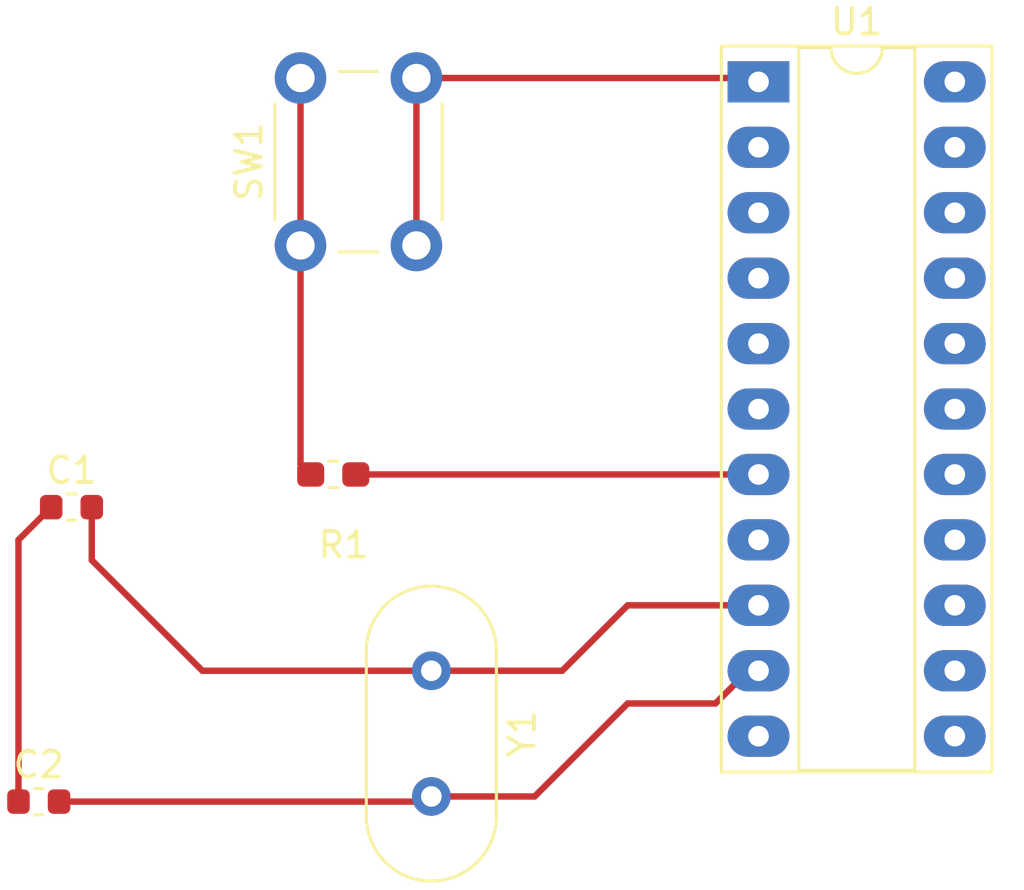
<source format=kicad_pcb>
(kicad_pcb (version 20171130) (host pcbnew "(5.0.0-3-g5ebb6b6)")

  (general
    (thickness 1.6)
    (drawings 0)
    (tracks 22)
    (zones 0)
    (modules 6)
    (nets 23)
  )

  (page A4)
  (layers
    (0 F.Cu signal)
    (31 B.Cu signal)
    (32 B.Adhes user hide)
    (33 F.Adhes user hide)
    (34 B.Paste user)
    (35 F.Paste user)
    (36 B.SilkS user)
    (37 F.SilkS user)
    (38 B.Mask user)
    (39 F.Mask user)
    (40 Dwgs.User user)
    (41 Cmts.User user)
    (42 Eco1.User user)
    (43 Eco2.User user)
    (44 Edge.Cuts user)
    (45 Margin user)
    (46 B.CrtYd user)
    (47 F.CrtYd user)
    (48 B.Fab user)
    (49 F.Fab user)
  )

  (setup
    (last_trace_width 0.25)
    (trace_clearance 0.2)
    (zone_clearance 0.508)
    (zone_45_only no)
    (trace_min 0.2)
    (segment_width 0.2)
    (edge_width 0.15)
    (via_size 0.8)
    (via_drill 0.4)
    (via_min_size 0.4)
    (via_min_drill 0.3)
    (uvia_size 0.3)
    (uvia_drill 0.1)
    (uvias_allowed no)
    (uvia_min_size 0.2)
    (uvia_min_drill 0.1)
    (pcb_text_width 0.3)
    (pcb_text_size 1.5 1.5)
    (mod_edge_width 0.15)
    (mod_text_size 1 1)
    (mod_text_width 0.15)
    (pad_size 1.524 1.524)
    (pad_drill 0.762)
    (pad_to_mask_clearance 0.2)
    (aux_axis_origin 0 0)
    (visible_elements FFFFFF7F)
    (pcbplotparams
      (layerselection 0x010fc_ffffffff)
      (usegerberextensions false)
      (usegerberattributes false)
      (usegerberadvancedattributes false)
      (creategerberjobfile false)
      (excludeedgelayer true)
      (linewidth 0.100000)
      (plotframeref false)
      (viasonmask false)
      (mode 1)
      (useauxorigin false)
      (hpglpennumber 1)
      (hpglpenspeed 20)
      (hpglpendiameter 15.000000)
      (psnegative false)
      (psa4output false)
      (plotreference true)
      (plotvalue true)
      (plotinvisibletext false)
      (padsonsilk false)
      (subtractmaskfromsilk false)
      (outputformat 1)
      (mirror false)
      (drillshape 1)
      (scaleselection 1)
      (outputdirectory ""))
  )

  (net 0 "")
  (net 1 Earth)
  (net 2 AT_PIN_9)
  (net 3 AT_PIN_10)
  (net 4 +5V)
  (net 5 "Net-(R1-Pad2)")
  (net 6 AT_PIN_1_RESET)
  (net 7 "Net-(U1-Pad12)")
  (net 8 "Net-(U1-Pad2)")
  (net 9 "Net-(U1-Pad13)")
  (net 10 "Net-(U1-Pad3)")
  (net 11 "Net-(U1-Pad14)")
  (net 12 "Net-(U1-Pad4)")
  (net 13 "Net-(U1-Pad15)")
  (net 14 "Net-(U1-Pad5)")
  (net 15 "Net-(U1-Pad16)")
  (net 16 "Net-(U1-Pad6)")
  (net 17 "Net-(U1-Pad17)")
  (net 18 "Net-(U1-Pad18)")
  (net 19 "Net-(U1-Pad19)")
  (net 20 "Net-(U1-Pad20)")
  (net 21 "Net-(U1-Pad21)")
  (net 22 "Net-(U1-Pad11)")

  (net_class Default "This is the default net class."
    (clearance 0.2)
    (trace_width 0.25)
    (via_dia 0.8)
    (via_drill 0.4)
    (uvia_dia 0.3)
    (uvia_drill 0.1)
    (add_net +5V)
    (add_net AT_PIN_10)
    (add_net AT_PIN_1_RESET)
    (add_net AT_PIN_9)
    (add_net Earth)
    (add_net "Net-(R1-Pad2)")
    (add_net "Net-(U1-Pad11)")
    (add_net "Net-(U1-Pad12)")
    (add_net "Net-(U1-Pad13)")
    (add_net "Net-(U1-Pad14)")
    (add_net "Net-(U1-Pad15)")
    (add_net "Net-(U1-Pad16)")
    (add_net "Net-(U1-Pad17)")
    (add_net "Net-(U1-Pad18)")
    (add_net "Net-(U1-Pad19)")
    (add_net "Net-(U1-Pad2)")
    (add_net "Net-(U1-Pad20)")
    (add_net "Net-(U1-Pad21)")
    (add_net "Net-(U1-Pad3)")
    (add_net "Net-(U1-Pad4)")
    (add_net "Net-(U1-Pad5)")
    (add_net "Net-(U1-Pad6)")
  )

  (module Capacitor_SMD:C_0603_1608Metric (layer F.Cu) (tedit 5B301BBE) (tstamp 5B7D04CD)
    (at 204.47 64.77)
    (descr "Capacitor SMD 0603 (1608 Metric), square (rectangular) end terminal, IPC_7351 nominal, (Body size source: http://www.tortai-tech.com/upload/download/2011102023233369053.pdf), generated with kicad-footprint-generator")
    (tags capacitor)
    (path /5B70BC9B)
    (attr smd)
    (fp_text reference C1 (at 0 -1.43) (layer F.SilkS)
      (effects (font (size 1 1) (thickness 0.15)))
    )
    (fp_text value C (at 0 1.43) (layer F.Fab)
      (effects (font (size 1 1) (thickness 0.15)))
    )
    (fp_line (start -0.8 0.4) (end -0.8 -0.4) (layer F.Fab) (width 0.1))
    (fp_line (start -0.8 -0.4) (end 0.8 -0.4) (layer F.Fab) (width 0.1))
    (fp_line (start 0.8 -0.4) (end 0.8 0.4) (layer F.Fab) (width 0.1))
    (fp_line (start 0.8 0.4) (end -0.8 0.4) (layer F.Fab) (width 0.1))
    (fp_line (start -0.162779 -0.51) (end 0.162779 -0.51) (layer F.SilkS) (width 0.12))
    (fp_line (start -0.162779 0.51) (end 0.162779 0.51) (layer F.SilkS) (width 0.12))
    (fp_line (start -1.48 0.73) (end -1.48 -0.73) (layer F.CrtYd) (width 0.05))
    (fp_line (start -1.48 -0.73) (end 1.48 -0.73) (layer F.CrtYd) (width 0.05))
    (fp_line (start 1.48 -0.73) (end 1.48 0.73) (layer F.CrtYd) (width 0.05))
    (fp_line (start 1.48 0.73) (end -1.48 0.73) (layer F.CrtYd) (width 0.05))
    (fp_text user %R (at 0 0) (layer F.Fab)
      (effects (font (size 0.4 0.4) (thickness 0.06)))
    )
    (pad 1 smd roundrect (at -0.7875 0) (size 0.875 0.95) (layers F.Cu F.Paste F.Mask) (roundrect_rratio 0.25)
      (net 1 Earth))
    (pad 2 smd roundrect (at 0.7875 0) (size 0.875 0.95) (layers F.Cu F.Paste F.Mask) (roundrect_rratio 0.25)
      (net 2 AT_PIN_9))
    (model ${KISYS3DMOD}/Capacitor_SMD.3dshapes/C_0603_1608Metric.wrl
      (at (xyz 0 0 0))
      (scale (xyz 1 1 1))
      (rotate (xyz 0 0 0))
    )
  )

  (module Capacitor_SMD:C_0603_1608Metric (layer F.Cu) (tedit 5B301BBE) (tstamp 5B7D04DE)
    (at 203.2 76.2)
    (descr "Capacitor SMD 0603 (1608 Metric), square (rectangular) end terminal, IPC_7351 nominal, (Body size source: http://www.tortai-tech.com/upload/download/2011102023233369053.pdf), generated with kicad-footprint-generator")
    (tags capacitor)
    (path /5B70BD07)
    (attr smd)
    (fp_text reference C2 (at 0 -1.43) (layer F.SilkS)
      (effects (font (size 1 1) (thickness 0.15)))
    )
    (fp_text value C (at 0 1.43) (layer F.Fab)
      (effects (font (size 1 1) (thickness 0.15)))
    )
    (fp_text user %R (at 0 0) (layer F.Fab)
      (effects (font (size 0.4 0.4) (thickness 0.06)))
    )
    (fp_line (start 1.48 0.73) (end -1.48 0.73) (layer F.CrtYd) (width 0.05))
    (fp_line (start 1.48 -0.73) (end 1.48 0.73) (layer F.CrtYd) (width 0.05))
    (fp_line (start -1.48 -0.73) (end 1.48 -0.73) (layer F.CrtYd) (width 0.05))
    (fp_line (start -1.48 0.73) (end -1.48 -0.73) (layer F.CrtYd) (width 0.05))
    (fp_line (start -0.162779 0.51) (end 0.162779 0.51) (layer F.SilkS) (width 0.12))
    (fp_line (start -0.162779 -0.51) (end 0.162779 -0.51) (layer F.SilkS) (width 0.12))
    (fp_line (start 0.8 0.4) (end -0.8 0.4) (layer F.Fab) (width 0.1))
    (fp_line (start 0.8 -0.4) (end 0.8 0.4) (layer F.Fab) (width 0.1))
    (fp_line (start -0.8 -0.4) (end 0.8 -0.4) (layer F.Fab) (width 0.1))
    (fp_line (start -0.8 0.4) (end -0.8 -0.4) (layer F.Fab) (width 0.1))
    (pad 2 smd roundrect (at 0.7875 0) (size 0.875 0.95) (layers F.Cu F.Paste F.Mask) (roundrect_rratio 0.25)
      (net 3 AT_PIN_10))
    (pad 1 smd roundrect (at -0.7875 0) (size 0.875 0.95) (layers F.Cu F.Paste F.Mask) (roundrect_rratio 0.25)
      (net 1 Earth))
    (model ${KISYS3DMOD}/Capacitor_SMD.3dshapes/C_0603_1608Metric.wrl
      (at (xyz 0 0 0))
      (scale (xyz 1 1 1))
      (rotate (xyz 0 0 0))
    )
  )

  (module Resistor_SMD:R_0603_1608Metric_Pad1.05x0.95mm_HandSolder (layer F.Cu) (tedit 5B301BBD) (tstamp 5B7D04EF)
    (at 214.63 63.5 180)
    (descr "Resistor SMD 0603 (1608 Metric), square (rectangular) end terminal, IPC_7351 nominal with elongated pad for handsoldering. (Body size source: http://www.tortai-tech.com/upload/download/2011102023233369053.pdf), generated with kicad-footprint-generator")
    (tags "resistor handsolder")
    (path /5B70B68C)
    (attr smd)
    (fp_text reference R1 (at -0.405001 -2.735001 180) (layer F.SilkS)
      (effects (font (size 1 1) (thickness 0.15)))
    )
    (fp_text value R_US (at 0 1.43 180) (layer F.Fab)
      (effects (font (size 1 1) (thickness 0.15)))
    )
    (fp_line (start -0.8 0.4) (end -0.8 -0.4) (layer F.Fab) (width 0.1))
    (fp_line (start -0.8 -0.4) (end 0.8 -0.4) (layer F.Fab) (width 0.1))
    (fp_line (start 0.8 -0.4) (end 0.8 0.4) (layer F.Fab) (width 0.1))
    (fp_line (start 0.8 0.4) (end -0.8 0.4) (layer F.Fab) (width 0.1))
    (fp_line (start -0.171267 -0.51) (end 0.171267 -0.51) (layer F.SilkS) (width 0.12))
    (fp_line (start -0.171267 0.51) (end 0.171267 0.51) (layer F.SilkS) (width 0.12))
    (fp_line (start -1.65 0.73) (end -1.65 -0.73) (layer F.CrtYd) (width 0.05))
    (fp_line (start -1.65 -0.73) (end 1.65 -0.73) (layer F.CrtYd) (width 0.05))
    (fp_line (start 1.65 -0.73) (end 1.65 0.73) (layer F.CrtYd) (width 0.05))
    (fp_line (start 1.65 0.73) (end -1.65 0.73) (layer F.CrtYd) (width 0.05))
    (fp_text user %R (at 0 0 180) (layer F.Fab)
      (effects (font (size 0.4 0.4) (thickness 0.06)))
    )
    (pad 1 smd roundrect (at -0.875 0 180) (size 1.05 0.95) (layers F.Cu F.Paste F.Mask) (roundrect_rratio 0.25)
      (net 4 +5V))
    (pad 2 smd roundrect (at 0.875 0 180) (size 1.05 0.95) (layers F.Cu F.Paste F.Mask) (roundrect_rratio 0.25)
      (net 5 "Net-(R1-Pad2)"))
    (model ${KISYS3DMOD}/Resistor_SMD.3dshapes/R_0603_1608Metric.wrl
      (at (xyz 0 0 0))
      (scale (xyz 1 1 1))
      (rotate (xyz 0 0 0))
    )
  )

  (module Button_Switch_THT:SW_PUSH_6mm_H5mm (layer F.Cu) (tedit 5A02FE31) (tstamp 5B7D050E)
    (at 213.36 54.61 90)
    (descr "tactile push button, 6x6mm e.g. PHAP33xx series, height=5mm")
    (tags "tact sw push 6mm")
    (path /5B70C6B6)
    (fp_text reference SW1 (at 3.25 -2 90) (layer F.SilkS)
      (effects (font (size 1 1) (thickness 0.15)))
    )
    (fp_text value SW_Push_SPDT (at 3.75 6.7 90) (layer F.Fab)
      (effects (font (size 1 1) (thickness 0.15)))
    )
    (fp_text user %R (at 3.25 2.25 90) (layer F.Fab)
      (effects (font (size 1 1) (thickness 0.15)))
    )
    (fp_line (start 3.25 -0.75) (end 6.25 -0.75) (layer F.Fab) (width 0.1))
    (fp_line (start 6.25 -0.75) (end 6.25 5.25) (layer F.Fab) (width 0.1))
    (fp_line (start 6.25 5.25) (end 0.25 5.25) (layer F.Fab) (width 0.1))
    (fp_line (start 0.25 5.25) (end 0.25 -0.75) (layer F.Fab) (width 0.1))
    (fp_line (start 0.25 -0.75) (end 3.25 -0.75) (layer F.Fab) (width 0.1))
    (fp_line (start 7.75 6) (end 8 6) (layer F.CrtYd) (width 0.05))
    (fp_line (start 8 6) (end 8 5.75) (layer F.CrtYd) (width 0.05))
    (fp_line (start 7.75 -1.5) (end 8 -1.5) (layer F.CrtYd) (width 0.05))
    (fp_line (start 8 -1.5) (end 8 -1.25) (layer F.CrtYd) (width 0.05))
    (fp_line (start -1.5 -1.25) (end -1.5 -1.5) (layer F.CrtYd) (width 0.05))
    (fp_line (start -1.5 -1.5) (end -1.25 -1.5) (layer F.CrtYd) (width 0.05))
    (fp_line (start -1.5 5.75) (end -1.5 6) (layer F.CrtYd) (width 0.05))
    (fp_line (start -1.5 6) (end -1.25 6) (layer F.CrtYd) (width 0.05))
    (fp_line (start -1.25 -1.5) (end 7.75 -1.5) (layer F.CrtYd) (width 0.05))
    (fp_line (start -1.5 5.75) (end -1.5 -1.25) (layer F.CrtYd) (width 0.05))
    (fp_line (start 7.75 6) (end -1.25 6) (layer F.CrtYd) (width 0.05))
    (fp_line (start 8 -1.25) (end 8 5.75) (layer F.CrtYd) (width 0.05))
    (fp_line (start 1 5.5) (end 5.5 5.5) (layer F.SilkS) (width 0.12))
    (fp_line (start -0.25 1.5) (end -0.25 3) (layer F.SilkS) (width 0.12))
    (fp_line (start 5.5 -1) (end 1 -1) (layer F.SilkS) (width 0.12))
    (fp_line (start 6.75 3) (end 6.75 1.5) (layer F.SilkS) (width 0.12))
    (fp_circle (center 3.25 2.25) (end 1.25 2.5) (layer F.Fab) (width 0.1))
    (pad 2 thru_hole circle (at 0 4.5 180) (size 2 2) (drill 1.1) (layers *.Cu *.Mask)
      (net 6 AT_PIN_1_RESET))
    (pad 1 thru_hole circle (at 0 0 180) (size 2 2) (drill 1.1) (layers *.Cu *.Mask)
      (net 5 "Net-(R1-Pad2)"))
    (pad 2 thru_hole circle (at 6.5 4.5 180) (size 2 2) (drill 1.1) (layers *.Cu *.Mask)
      (net 6 AT_PIN_1_RESET))
    (pad 1 thru_hole circle (at 6.5 0 180) (size 2 2) (drill 1.1) (layers *.Cu *.Mask)
      (net 5 "Net-(R1-Pad2)"))
    (model ${KISYS3DMOD}/Button_Switch_THT.3dshapes/SW_PUSH_6mm_H5mm.wrl
      (at (xyz 0 0 0))
      (scale (xyz 1 1 1))
      (rotate (xyz 0 0 0))
    )
  )

  (module Package_DIP:DIP-22_W7.62mm_Socket_LongPads (layer F.Cu) (tedit 5A02E8C5) (tstamp 5B7D0540)
    (at 231.14 48.26)
    (descr "22-lead though-hole mounted DIP package, row spacing 7.62 mm (300 mils), Socket, LongPads")
    (tags "THT DIP DIL PDIP 2.54mm 7.62mm 300mil Socket LongPads")
    (path /5B70AA86)
    (fp_text reference U1 (at 3.81 -2.33) (layer F.SilkS)
      (effects (font (size 1 1) (thickness 0.15)))
    )
    (fp_text value ATmega328P-PU (at 3.81 27.73) (layer F.Fab)
      (effects (font (size 1 1) (thickness 0.15)))
    )
    (fp_arc (start 3.81 -1.33) (end 2.81 -1.33) (angle -180) (layer F.SilkS) (width 0.12))
    (fp_line (start 1.635 -1.27) (end 6.985 -1.27) (layer F.Fab) (width 0.1))
    (fp_line (start 6.985 -1.27) (end 6.985 26.67) (layer F.Fab) (width 0.1))
    (fp_line (start 6.985 26.67) (end 0.635 26.67) (layer F.Fab) (width 0.1))
    (fp_line (start 0.635 26.67) (end 0.635 -0.27) (layer F.Fab) (width 0.1))
    (fp_line (start 0.635 -0.27) (end 1.635 -1.27) (layer F.Fab) (width 0.1))
    (fp_line (start -1.27 -1.33) (end -1.27 26.73) (layer F.Fab) (width 0.1))
    (fp_line (start -1.27 26.73) (end 8.89 26.73) (layer F.Fab) (width 0.1))
    (fp_line (start 8.89 26.73) (end 8.89 -1.33) (layer F.Fab) (width 0.1))
    (fp_line (start 8.89 -1.33) (end -1.27 -1.33) (layer F.Fab) (width 0.1))
    (fp_line (start 2.81 -1.33) (end 1.56 -1.33) (layer F.SilkS) (width 0.12))
    (fp_line (start 1.56 -1.33) (end 1.56 26.73) (layer F.SilkS) (width 0.12))
    (fp_line (start 1.56 26.73) (end 6.06 26.73) (layer F.SilkS) (width 0.12))
    (fp_line (start 6.06 26.73) (end 6.06 -1.33) (layer F.SilkS) (width 0.12))
    (fp_line (start 6.06 -1.33) (end 4.81 -1.33) (layer F.SilkS) (width 0.12))
    (fp_line (start -1.44 -1.39) (end -1.44 26.79) (layer F.SilkS) (width 0.12))
    (fp_line (start -1.44 26.79) (end 9.06 26.79) (layer F.SilkS) (width 0.12))
    (fp_line (start 9.06 26.79) (end 9.06 -1.39) (layer F.SilkS) (width 0.12))
    (fp_line (start 9.06 -1.39) (end -1.44 -1.39) (layer F.SilkS) (width 0.12))
    (fp_line (start -1.55 -1.6) (end -1.55 27) (layer F.CrtYd) (width 0.05))
    (fp_line (start -1.55 27) (end 9.15 27) (layer F.CrtYd) (width 0.05))
    (fp_line (start 9.15 27) (end 9.15 -1.6) (layer F.CrtYd) (width 0.05))
    (fp_line (start 9.15 -1.6) (end -1.55 -1.6) (layer F.CrtYd) (width 0.05))
    (fp_text user %R (at 3.81 12.7) (layer F.Fab)
      (effects (font (size 1 1) (thickness 0.15)))
    )
    (pad 1 thru_hole rect (at 0 0) (size 2.4 1.6) (drill 0.8) (layers *.Cu *.Mask)
      (net 6 AT_PIN_1_RESET))
    (pad 12 thru_hole oval (at 7.62 25.4) (size 2.4 1.6) (drill 0.8) (layers *.Cu *.Mask)
      (net 7 "Net-(U1-Pad12)"))
    (pad 2 thru_hole oval (at 0 2.54) (size 2.4 1.6) (drill 0.8) (layers *.Cu *.Mask)
      (net 8 "Net-(U1-Pad2)"))
    (pad 13 thru_hole oval (at 7.62 22.86) (size 2.4 1.6) (drill 0.8) (layers *.Cu *.Mask)
      (net 9 "Net-(U1-Pad13)"))
    (pad 3 thru_hole oval (at 0 5.08) (size 2.4 1.6) (drill 0.8) (layers *.Cu *.Mask)
      (net 10 "Net-(U1-Pad3)"))
    (pad 14 thru_hole oval (at 7.62 20.32) (size 2.4 1.6) (drill 0.8) (layers *.Cu *.Mask)
      (net 11 "Net-(U1-Pad14)"))
    (pad 4 thru_hole oval (at 0 7.62) (size 2.4 1.6) (drill 0.8) (layers *.Cu *.Mask)
      (net 12 "Net-(U1-Pad4)"))
    (pad 15 thru_hole oval (at 7.62 17.78) (size 2.4 1.6) (drill 0.8) (layers *.Cu *.Mask)
      (net 13 "Net-(U1-Pad15)"))
    (pad 5 thru_hole oval (at 0 10.16) (size 2.4 1.6) (drill 0.8) (layers *.Cu *.Mask)
      (net 14 "Net-(U1-Pad5)"))
    (pad 16 thru_hole oval (at 7.62 15.24) (size 2.4 1.6) (drill 0.8) (layers *.Cu *.Mask)
      (net 15 "Net-(U1-Pad16)"))
    (pad 6 thru_hole oval (at 0 12.7) (size 2.4 1.6) (drill 0.8) (layers *.Cu *.Mask)
      (net 16 "Net-(U1-Pad6)"))
    (pad 17 thru_hole oval (at 7.62 12.7) (size 2.4 1.6) (drill 0.8) (layers *.Cu *.Mask)
      (net 17 "Net-(U1-Pad17)"))
    (pad 7 thru_hole oval (at 0 15.24) (size 2.4 1.6) (drill 0.8) (layers *.Cu *.Mask)
      (net 4 +5V))
    (pad 18 thru_hole oval (at 7.62 10.16) (size 2.4 1.6) (drill 0.8) (layers *.Cu *.Mask)
      (net 18 "Net-(U1-Pad18)"))
    (pad 8 thru_hole oval (at 0 17.78) (size 2.4 1.6) (drill 0.8) (layers *.Cu *.Mask)
      (net 1 Earth))
    (pad 19 thru_hole oval (at 7.62 7.62) (size 2.4 1.6) (drill 0.8) (layers *.Cu *.Mask)
      (net 19 "Net-(U1-Pad19)"))
    (pad 9 thru_hole oval (at 0 20.32) (size 2.4 1.6) (drill 0.8) (layers *.Cu *.Mask)
      (net 2 AT_PIN_9))
    (pad 20 thru_hole oval (at 7.62 5.08) (size 2.4 1.6) (drill 0.8) (layers *.Cu *.Mask)
      (net 20 "Net-(U1-Pad20)"))
    (pad 10 thru_hole oval (at 0 22.86) (size 2.4 1.6) (drill 0.8) (layers *.Cu *.Mask)
      (net 3 AT_PIN_10))
    (pad 21 thru_hole oval (at 7.62 2.54) (size 2.4 1.6) (drill 0.8) (layers *.Cu *.Mask)
      (net 21 "Net-(U1-Pad21)"))
    (pad 11 thru_hole oval (at 0 25.4) (size 2.4 1.6) (drill 0.8) (layers *.Cu *.Mask)
      (net 22 "Net-(U1-Pad11)"))
    (pad 22 thru_hole oval (at 7.62 0) (size 2.4 1.6) (drill 0.8) (layers *.Cu *.Mask)
      (net 1 Earth))
    (model ${KISYS3DMOD}/Package_DIP.3dshapes/DIP-22_W7.62mm_Socket.wrl
      (at (xyz 0 0 0))
      (scale (xyz 1 1 1))
      (rotate (xyz 0 0 0))
    )
  )

  (module Crystal:Crystal_HC49-4H_Vertical (layer F.Cu) (tedit 5A1AD3B7) (tstamp 5B7D0557)
    (at 218.44 71.12 270)
    (descr "Crystal THT HC-49-4H http://5hertz.com/pdfs/04404_D.pdf")
    (tags "THT crystalHC-49-4H")
    (path /5B70BA5E)
    (fp_text reference Y1 (at 2.44 -3.525 270) (layer F.SilkS)
      (effects (font (size 1 1) (thickness 0.15)))
    )
    (fp_text value Crystal (at 2.44 3.525 270) (layer F.Fab)
      (effects (font (size 1 1) (thickness 0.15)))
    )
    (fp_text user %R (at 2.44 0 270) (layer F.Fab)
      (effects (font (size 1 1) (thickness 0.15)))
    )
    (fp_line (start -0.76 -2.325) (end 5.64 -2.325) (layer F.Fab) (width 0.1))
    (fp_line (start -0.76 2.325) (end 5.64 2.325) (layer F.Fab) (width 0.1))
    (fp_line (start -0.56 -2) (end 5.44 -2) (layer F.Fab) (width 0.1))
    (fp_line (start -0.56 2) (end 5.44 2) (layer F.Fab) (width 0.1))
    (fp_line (start -0.76 -2.525) (end 5.64 -2.525) (layer F.SilkS) (width 0.12))
    (fp_line (start -0.76 2.525) (end 5.64 2.525) (layer F.SilkS) (width 0.12))
    (fp_line (start -3.6 -2.8) (end -3.6 2.8) (layer F.CrtYd) (width 0.05))
    (fp_line (start -3.6 2.8) (end 8.5 2.8) (layer F.CrtYd) (width 0.05))
    (fp_line (start 8.5 2.8) (end 8.5 -2.8) (layer F.CrtYd) (width 0.05))
    (fp_line (start 8.5 -2.8) (end -3.6 -2.8) (layer F.CrtYd) (width 0.05))
    (fp_arc (start -0.76 0) (end -0.76 -2.325) (angle -180) (layer F.Fab) (width 0.1))
    (fp_arc (start 5.64 0) (end 5.64 -2.325) (angle 180) (layer F.Fab) (width 0.1))
    (fp_arc (start -0.56 0) (end -0.56 -2) (angle -180) (layer F.Fab) (width 0.1))
    (fp_arc (start 5.44 0) (end 5.44 -2) (angle 180) (layer F.Fab) (width 0.1))
    (fp_arc (start -0.76 0) (end -0.76 -2.525) (angle -180) (layer F.SilkS) (width 0.12))
    (fp_arc (start 5.64 0) (end 5.64 -2.525) (angle 180) (layer F.SilkS) (width 0.12))
    (pad 1 thru_hole circle (at 0 0 270) (size 1.5 1.5) (drill 0.8) (layers *.Cu *.Mask)
      (net 2 AT_PIN_9))
    (pad 2 thru_hole circle (at 4.88 0 270) (size 1.5 1.5) (drill 0.8) (layers *.Cu *.Mask)
      (net 3 AT_PIN_10))
    (model ${KISYS3DMOD}/Crystal.3dshapes/Crystal_HC49-4H_Vertical.wrl
      (at (xyz 0 0 0))
      (scale (xyz 1 1 1))
      (rotate (xyz 0 0 0))
    )
  )

  (segment (start 202.4125 66.04) (end 203.6825 64.77) (width 0.25) (layer F.Cu) (net 1))
  (segment (start 202.4125 76.2) (end 202.4125 66.04) (width 0.25) (layer F.Cu) (net 1))
  (segment (start 205.2575 64.77) (end 205.2575 66.8275) (width 0.25) (layer F.Cu) (net 2))
  (segment (start 205.2575 66.8275) (end 209.55 71.12) (width 0.25) (layer F.Cu) (net 2))
  (segment (start 209.55 71.12) (end 218.44 71.12) (width 0.25) (layer F.Cu) (net 2))
  (segment (start 218.44 71.12) (end 223.52 71.12) (width 0.25) (layer F.Cu) (net 2))
  (segment (start 226.06 68.58) (end 231.14 68.58) (width 0.25) (layer F.Cu) (net 2))
  (segment (start 223.52 71.12) (end 226.06 68.58) (width 0.25) (layer F.Cu) (net 2))
  (segment (start 230.74 71.12) (end 229.47 72.39) (width 0.25) (layer F.Cu) (net 3))
  (segment (start 231.14 71.12) (end 230.74 71.12) (width 0.25) (layer F.Cu) (net 3))
  (segment (start 229.47 72.39) (end 226.06 72.39) (width 0.25) (layer F.Cu) (net 3))
  (segment (start 222.45 76) (end 218.44 76) (width 0.25) (layer F.Cu) (net 3))
  (segment (start 226.06 72.39) (end 222.45 76) (width 0.25) (layer F.Cu) (net 3))
  (segment (start 218.24 76.2) (end 218.44 76) (width 0.25) (layer F.Cu) (net 3))
  (segment (start 203.9875 76.2) (end 218.24 76.2) (width 0.25) (layer F.Cu) (net 3))
  (segment (start 215.505 63.5) (end 231.14 63.5) (width 0.25) (layer F.Cu) (net 4))
  (segment (start 213.36 63.105) (end 213.755 63.5) (width 0.25) (layer F.Cu) (net 5))
  (segment (start 213.36 54.61) (end 213.36 63.105) (width 0.25) (layer F.Cu) (net 5))
  (segment (start 213.36 54.61) (end 213.36 48.11) (width 0.25) (layer F.Cu) (net 5))
  (segment (start 230.99 48.11) (end 231.14 48.26) (width 0.25) (layer F.Cu) (net 6))
  (segment (start 217.86 48.11) (end 230.99 48.11) (width 0.25) (layer F.Cu) (net 6))
  (segment (start 217.86 54.61) (end 217.86 48.11) (width 0.25) (layer F.Cu) (net 6))

)

</source>
